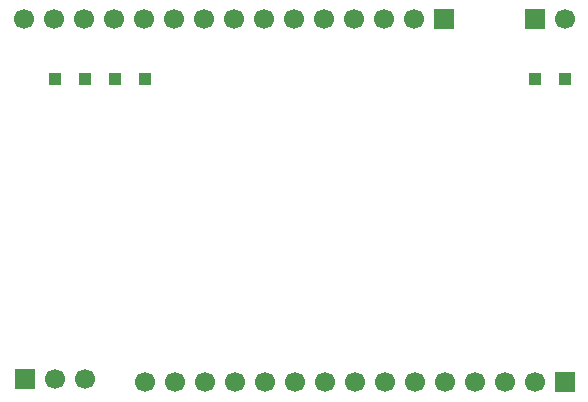
<source format=gbr>
%TF.GenerationSoftware,KiCad,Pcbnew,9.0.1*%
%TF.CreationDate,2025-05-22T01:20:04+01:00*%
%TF.ProjectId,ADAU1701-DSP,41444155-3137-4303-912d-4453502e6b69,rev?*%
%TF.SameCoordinates,Original*%
%TF.FileFunction,Soldermask,Bot*%
%TF.FilePolarity,Negative*%
%FSLAX46Y46*%
G04 Gerber Fmt 4.6, Leading zero omitted, Abs format (unit mm)*
G04 Created by KiCad (PCBNEW 9.0.1) date 2025-05-22 01:20:04*
%MOMM*%
%LPD*%
G01*
G04 APERTURE LIST*
%ADD10R,1.000000X1.000000*%
%ADD11R,1.700000X1.700000*%
%ADD12C,1.700000*%
G04 APERTURE END LIST*
D10*
%TO.C,TP2*%
X200660000Y-109220000D03*
%TD*%
D11*
%TO.C,J4*%
X190452500Y-104140000D03*
D12*
X187912500Y-104140000D03*
X185372500Y-104140000D03*
X182832500Y-104140000D03*
X180292500Y-104140000D03*
X177752500Y-104140000D03*
X175212500Y-104140000D03*
X172672500Y-104140000D03*
X170132500Y-104140000D03*
X167592500Y-104140000D03*
X165052500Y-104140000D03*
X162512500Y-104140000D03*
X159972500Y-104140000D03*
X157432500Y-104140000D03*
X154892500Y-104140000D03*
%TD*%
D10*
%TO.C,TP5*%
X160020000Y-109220000D03*
%TD*%
D11*
%TO.C,J5*%
X200660000Y-134874000D03*
D12*
X198120000Y-134874000D03*
X195580000Y-134874000D03*
X193040000Y-134874000D03*
X190500000Y-134874000D03*
X187960000Y-134874000D03*
X185420000Y-134874000D03*
X182880000Y-134874000D03*
X180340000Y-134874000D03*
X177800000Y-134874000D03*
X175260000Y-134874000D03*
X172720000Y-134874000D03*
X170180000Y-134874000D03*
X167640000Y-134874000D03*
X165100000Y-134874000D03*
%TD*%
D10*
%TO.C,TP3*%
X157480000Y-109220000D03*
%TD*%
D11*
%TO.C,J3*%
X154940000Y-134620000D03*
D12*
X157480000Y-134620000D03*
X160020000Y-134620000D03*
%TD*%
D10*
%TO.C,TP6*%
X165100000Y-109220000D03*
%TD*%
%TO.C,TP1*%
X198120000Y-109220000D03*
%TD*%
D11*
%TO.C,J2*%
X198120000Y-104140000D03*
D12*
X200660000Y-104140000D03*
%TD*%
D10*
%TO.C,TP4*%
X162560000Y-109220000D03*
%TD*%
M02*

</source>
